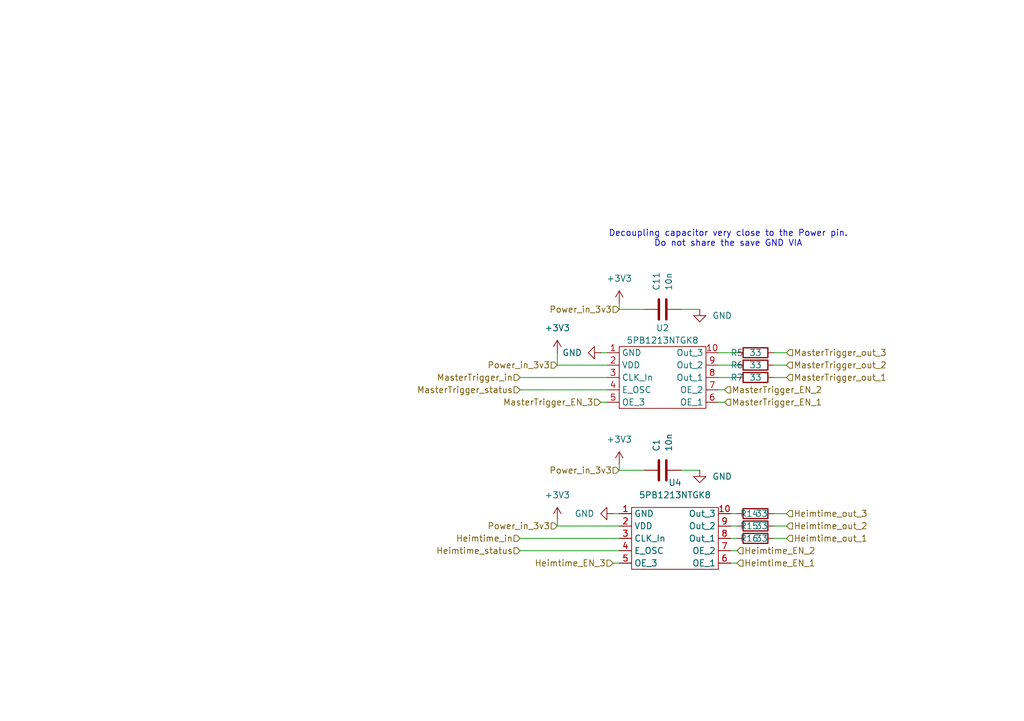
<source format=kicad_sch>
(kicad_sch (version 20250114) (generator "eeschema") (generator_version "9.0")
  (paper "A5")
  (lib_symbols
    (symbol "Device:C" (pin_numbers (hide yes)) (pin_names (offset 0.254))
      (property "Reference" "C" (at 0.635 2.54 0))
      (property "Value" "C" (at 0.635 -2.54 0))
      (symbol "C_0_1"
        (polyline (pts (xy -2.032 0.762) (xy 2.032 0.762)) (stroke (width 0.508)))
        (polyline (pts (xy -2.032 -0.762) (xy 2.032 -0.762)) (stroke (width 0.508)))
      )
      (symbol "C_1_1"
        (pin passive line (at 0 3.81 270) (length 2.794) (name "~") (number "1"))
        (pin passive line (at 0 -3.81 90) (length 2.794) (name "~") (number "2"))
      )
    )
    (symbol "Device:R" (pin_numbers (hide yes)) (pin_names (offset 0))
      (property "Reference" "R" (at 2.032 0 90))
      (property "Value" "R" (at 0 0 90))
      (symbol "R_0_1"
        (rectangle (start -1.016 -2.54) (end 1.016 2.54) (stroke (width 0.254)))
      )
      (symbol "R_1_1"
        (pin passive line (at 0 3.81 270) (length 1.27) (name "~") (number "1"))
        (pin passive line (at 0 -3.81 90) (length 1.27) (name "~") (number "2"))
      )
    )
    (symbol "HYDRA_Symbol:5PB1213NTGK8"
      (property "Reference" "U" (at 0 3.81 0))
      (symbol "5PB1213NTGK8_0_1"
        (rectangle (start -8.89 2.54) (end 8.89 -10.16))
      )
      (symbol "5PB1213NTGK8_1_1"
        (pin input line (at -11.43 1.27 0) (length 2.54) (name "GND") (number "1"))
        (pin input line (at -11.43 -1.27 0) (length 2.54) (name "VDD") (number "2"))
        (pin input line (at -11.43 -3.81 0) (length 2.54) (name "CLK_In") (number "3"))
        (pin input line (at -11.43 -6.35 0) (length 2.54) (name "E_OSC") (number "4"))
        (pin input line (at -11.43 -8.89 0) (length 2.54) (name "OE_3") (number "5"))
        (pin input line (at 11.43 1.27 180) (length 2.54) (name "Out_3") (number "10"))
        (pin input line (at 11.43 -1.27 180) (length 2.54) (name "Out_2") (number "9"))
        (pin input line (at 11.43 -3.81 180) (length 2.54) (name "Out_1") (number "8"))
        (pin input line (at 11.43 -6.35 180) (length 2.54) (name "OE_2") (number "7"))
        (pin input line (at 11.43 -8.89 180) (length 2.54) (name "OE_1") (number "6"))
      )
    )
    (symbol "power:+3V3" (power) (pin_numbers (hide yes)) (pin_names (offset 0) (hide yes))
      (property "Value" "+3V3" (at 0 3.556 0))
      (symbol "+3V3_0_1"
        (polyline (pts (xy -0.762 1.27) (xy 0 2.54)))
        (polyline (pts (xy 0 2.54) (xy 0.762 1.27)))
        (polyline (pts (xy 0 0) (xy 0 2.54)))
      )
      (symbol "+3V3_1_1"
        (pin power_in line (at 0 0 90) (length 0) (name "~") (number "1"))
      )
    )
    (symbol "power:GND" (power) (pin_numbers (hide yes)) (pin_names (offset 0) (hide yes))
      (property "Value" "GND" (at 0 -3.81 0))
      (symbol "GND_0_1"
        (polyline (pts (xy 0 0) (xy 0 -1.27) (xy 1.27 -1.27) (xy 0 -2.54) (xy -1.27 -1.27) (xy 0 -1.27)))
      )
      (symbol "GND_1_1"
        (pin power_in line (at 0 0 270) (length 0) (name "~") (number "1"))
      )
    )
  )
  (text "Decoupling capacitor very close to the Power pin.\nDo not share the save GND VIA" (at 149.352 49.022 0) (effects (font (size 1.27 1.27))))
  (wire (pts (xy 147.32 72.39) (xy 151.13 72.39)))
  (wire (pts (xy 127 96.52) (xy 132.08 96.52)))
  (wire (pts (xy 147.32 74.93) (xy 151.13 74.93)))
  (wire (pts (xy 127 63.5) (xy 132.08 63.5)))
  (wire (pts (xy 149.86 107.95) (xy 151.13 107.95)))
  (wire (pts (xy 148.59 80.01) (xy 147.32 80.01)))
  (wire (pts (xy 149.86 105.41) (xy 151.13 105.41)))
  (wire (pts (xy 106.68 110.49) (xy 127 110.49)))
  (wire (pts (xy 143.51 63.5) (xy 139.7 63.5)))
  (wire (pts (xy 143.51 96.52) (xy 139.7 96.52)))
  (wire (pts (xy 123.19 82.55) (xy 124.46 82.55)))
  (wire (pts (xy 147.32 77.47) (xy 151.13 77.47)))
  (wire (pts (xy 114.3 107.95) (xy 114.3 106.68)))
  (wire (pts (xy 147.32 82.55) (xy 148.59 82.55)))
  (wire (pts (xy 161.29 77.47) (xy 158.75 77.47)))
  (wire (pts (xy 106.68 113.03) (xy 127 113.03)))
  (wire (pts (xy 149.86 110.49) (xy 151.13 110.49)))
  (wire (pts (xy 161.29 74.93) (xy 158.75 74.93)))
  (wire (pts (xy 106.68 77.47) (xy 124.46 77.47)))
  (wire (pts (xy 161.29 110.49) (xy 158.75 110.49)))
  (wire (pts (xy 114.3 74.93) (xy 124.46 74.93)))
  (wire (pts (xy 149.86 115.57) (xy 151.13 115.57)))
  (wire (pts (xy 114.3 107.95) (xy 127 107.95)))
  (wire (pts (xy 161.29 107.95) (xy 158.75 107.95)))
  (wire (pts (xy 125.73 115.57) (xy 127 115.57)))
  (wire (pts (xy 127 62.23) (xy 127 63.5)))
  (wire (pts (xy 106.68 80.01) (xy 124.46 80.01)))
  (wire (pts (xy 161.29 105.41) (xy 158.75 105.41)))
  (wire (pts (xy 151.13 113.03) (xy 149.86 113.03)))
  (wire (pts (xy 161.29 72.39) (xy 158.75 72.39)))
  (wire (pts (xy 123.19 72.39) (xy 124.46 72.39)))
  (wire (pts (xy 127 95.25) (xy 127 96.52)))
  (wire (pts (xy 114.3 74.93) (xy 114.3 72.39)))
  (wire (pts (xy 125.73 105.41) (xy 127 105.41)))
  (hierarchical_label "MasterTrigger_in" (shape input) (at 106.68 77.47 180))
  (hierarchical_label "MasterTrigger_out_3" (shape input) (at 161.29 72.39 0))
  (hierarchical_label "MasterTrigger_EN_3" (shape input) (at 123.19 82.55 180))
  (hierarchical_label "Heimtime_out_2" (shape input) (at 161.29 107.95 0))
  (hierarchical_label "Heimtime_in" (shape input) (at 106.68 110.49 180))
  (hierarchical_label "MasterTrigger_EN_2" (shape input) (at 148.59 80.01 0))
  (hierarchical_label "MasterTrigger_out_1" (shape input) (at 161.29 77.47 0))
  (hierarchical_label "MasterTrigger_status" (shape input) (at 106.68 80.01 180))
  (hierarchical_label "Heimtime_EN_3" (shape input) (at 125.73 115.57 180))
  (hierarchical_label "MasterTrigger_out_2" (shape input) (at 161.29 74.93 0))
  (hierarchical_label "Power_in_3v3" (shape input) (at 114.3 74.93 180))
  (hierarchical_label "Heimtime_out_3" (shape input) (at 161.29 105.41 0))
  (hierarchical_label "Heimtime_status" (shape input) (at 106.68 113.03 180))
  (hierarchical_label "Power_in_3v3" (shape input) (at 127 63.5 180))
  (hierarchical_label "Heimtime_out_1" (shape input) (at 161.29 110.49 0))
  (hierarchical_label "Power_in_3v3" (shape input) (at 127 96.52 180))
  (hierarchical_label "Heimtime_EN_2" (shape input) (at 151.13 113.03 0))
  (hierarchical_label "MasterTrigger_EN_1" (shape input) (at 148.59 82.55 0))
  (hierarchical_label "Power_in_3v3" (shape input) (at 114.3 107.95 180))
  (hierarchical_label "Heimtime_EN_1" (shape input) (at 151.13 115.57 0))
  (symbol (lib_id "power:+3V3") (at 127 62.23 0) (unit 1)
    (property "Reference" "#PWR01" (effects (hide yes)))
    (property "Value" "+3V3" (at 127 57.15 0))
    (property "Description" "Power symbol creates a global label with name \"+3V3\"" (effects (hide yes)))
  )
  (symbol (lib_id "power:+3V3") (at 127 95.25 0) (unit 1)
    (property "Reference" "#PWR02" (effects (hide yes)))
    (property "Value" "+3V3" (at 127 90.17 0))
    (property "Description" "Power symbol creates a global label with name \"+3V3\"" (effects (hide yes)))
  )
  (symbol (lib_id "HYDRA_Symbol:5PB1213NTGK8") (at 138.43 106.68 0) (unit 1)
    (property "Reference" "U4" (at 138.43 99.06 0))
    (property "Value" "5PB1213NTGK8" (at 138.43 101.6 0))
    (property "Footprint" "AddOn_lib:5PB1213NTGK8" (effects (hide yes)))
  )
  (symbol (lib_id "Device:R") (at 154.94 74.93 90) (unit 1)
    (property "Reference" "R6" (at 151.13 74.93 90))
    (property "Value" "33" (at 154.94 74.93 90))
    (property "Footprint" "Resistor_SMD:R_0402_1005Metric" (effects (hide yes)))
    (property "Description" "Resistor" (effects (hide yes)))
  )
  (symbol (lib_id "power:GND") (at 143.51 63.5 0) (unit 1)
    (property "Reference" "#PWR074" (effects (hide yes)))
    (property "Value" "GND" (at 146.05 64.7699 0) (effects (justify left)))
    (property "Description" "Power symbol creates a global label with name \"GND\" , ground" (effects (hide yes)))
  )
  (symbol (lib_id "Device:R") (at 154.94 105.41 90) (unit 1)
    (property "Reference" "R14" (at 153.67 105.41 90))
    (property "Value" "33" (at 156.21 105.41 90))
    (property "Footprint" "Resistor_SMD:R_0402_1005Metric" (effects (hide yes)))
    (property "Description" "Resistor" (effects (hide yes)))
  )
  (symbol (lib_id "Device:C") (at 135.89 63.5 90) (unit 1)
    (property "Reference" "C11" (at 134.6199 59.69 0) (effects (justify left)))
    (property "Value" "10n" (at 137.1599 59.69 0) (effects (justify left)))
    (property "Footprint" "Capacitor_SMD:C_0402_1005Metric" (effects (hide yes)))
    (property "Description" "Unpolarized capacitor" (effects (hide yes)))
  )
  (symbol (lib_id "Device:R") (at 154.94 107.95 90) (unit 1)
    (property "Reference" "R15" (at 153.67 107.95 90))
    (property "Value" "33" (at 156.21 107.95 90))
    (property "Footprint" "Resistor_SMD:R_0402_1005Metric" (effects (hide yes)))
    (property "Description" "Resistor" (effects (hide yes)))
  )
  (symbol (lib_id "power:GND") (at 143.51 96.52 0) (unit 1)
    (property "Reference" "#PWR03" (effects (hide yes)))
    (property "Value" "GND" (at 146.05 97.7899 0) (effects (justify left)))
    (property "Description" "Power symbol creates a global label with name \"GND\" , ground" (effects (hide yes)))
  )
  (symbol (lib_id "power:+3V3") (at 114.3 72.39 0) (unit 1)
    (property "Reference" "#PWR05" (effects (hide yes)))
    (property "Value" "+3V3" (at 114.3 67.31 0))
    (property "Description" "Power symbol creates a global label with name \"+3V3\"" (effects (hide yes)))
  )
  (symbol (lib_id "power:GND") (at 123.19 72.39 270) (unit 1)
    (property "Reference" "#PWR065" (effects (hide yes)))
    (property "Value" "GND" (at 119.38 72.3899 90) (effects (justify right)))
    (property "Description" "Power symbol creates a global label with name \"GND\" , ground" (effects (hide yes)))
  )
  (symbol (lib_id "HYDRA_Symbol:5PB1213NTGK8") (at 135.89 73.66 0) (unit 1)
    (property "Reference" "U2" (at 135.89 67.31 0))
    (property "Value" "5PB1213NTGK8" (at 135.89 69.85 0))
    (property "Footprint" "AddOn_lib:5PB1213NTGK8" (effects (hide yes)))
  )
  (symbol (lib_id "Device:C") (at 135.89 96.52 90) (unit 1)
    (property "Reference" "C1" (at 134.6199 92.71 0) (effects (justify left)))
    (property "Value" "10n" (at 137.1599 92.71 0) (effects (justify left)))
    (property "Footprint" "Capacitor_SMD:C_0402_1005Metric" (effects (hide yes)))
    (property "Description" "Unpolarized capacitor" (effects (hide yes)))
  )
  (symbol (lib_id "power:GND") (at 125.73 105.41 270) (unit 1)
    (property "Reference" "#PWR0112" (effects (hide yes)))
    (property "Value" "GND" (at 121.92 105.4099 90) (effects (justify right)))
    (property "Description" "Power symbol creates a global label with name \"GND\" , ground" (effects (hide yes)))
  )
  (symbol (lib_id "Device:R") (at 154.94 77.47 90) (unit 1)
    (property "Reference" "R7" (at 151.13 77.47 90))
    (property "Value" "33" (at 154.94 77.47 90))
    (property "Footprint" "Resistor_SMD:R_0402_1005Metric" (effects (hide yes)))
    (property "Description" "Resistor" (effects (hide yes)))
  )
  (symbol (lib_id "Device:R") (at 154.94 110.49 90) (unit 1)
    (property "Reference" "R16" (at 153.67 110.49 90))
    (property "Value" "33" (at 156.21 110.49 90))
    (property "Footprint" "Resistor_SMD:R_0402_1005Metric" (effects (hide yes)))
    (property "Description" "Resistor" (effects (hide yes)))
  )
  (symbol (lib_id "power:+3V3") (at 114.3 106.68 0) (unit 1)
    (property "Reference" "#PWR04" (effects (hide yes)))
    (property "Value" "+3V3" (at 114.3 101.6 0))
    (property "Description" "Power symbol creates a global label with name \"+3V3\"" (effects (hide yes)))
  )
  (symbol (lib_id "Device:R") (at 154.94 72.39 90) (unit 1)
    (property "Reference" "R5" (at 151.13 72.39 90))
    (property "Value" "33" (at 154.94 72.39 90))
    (property "Footprint" "Resistor_SMD:R_0402_1005Metric" (effects (hide yes)))
    (property "Description" "Resistor" (effects (hide yes)))
  )
)
</source>
